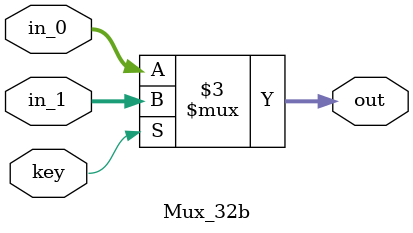
<source format=v>
module Mux_32b (input [31:0] in_0, input [31:0] in_1, input key, output reg [31:0] out);

always @ (key or in_0 or in_1)
begin
	if (key)
		out <= in_1;
	else
		out <= in_0;
end

endmodule 
</source>
